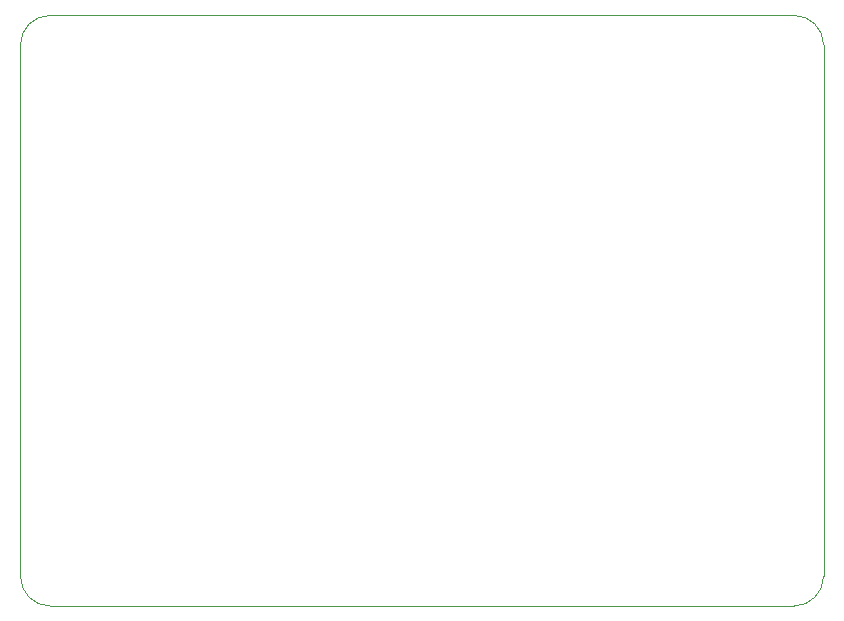
<source format=gbr>
%TF.GenerationSoftware,KiCad,Pcbnew,8.0.6+1*%
%TF.CreationDate,2024-11-21T12:35:33-05:00*%
%TF.ProjectId,powerSupplyBoard,706f7765-7253-4757-9070-6c79426f6172,01*%
%TF.SameCoordinates,Original*%
%TF.FileFunction,Profile,NP*%
%FSLAX46Y46*%
G04 Gerber Fmt 4.6, Leading zero omitted, Abs format (unit mm)*
G04 Created by KiCad (PCBNEW 8.0.6+1) date 2024-11-21 12:35:33*
%MOMM*%
%LPD*%
G01*
G04 APERTURE LIST*
%TA.AperFunction,Profile*%
%ADD10C,0.050000*%
%TD*%
G04 APERTURE END LIST*
D10*
X112500000Y-132500000D02*
X175500000Y-132500000D01*
X110000000Y-85000000D02*
G75*
G02*
X112500000Y-82500000I2500000J0D01*
G01*
X175500000Y-82500000D02*
X112500000Y-82500000D01*
X178000000Y-130000000D02*
G75*
G02*
X175500000Y-132500000I-2500000J0D01*
G01*
X110000000Y-85000000D02*
X110000000Y-130000000D01*
X112500000Y-132500000D02*
G75*
G02*
X110000000Y-130000000I0J2500000D01*
G01*
X175500000Y-82500000D02*
G75*
G02*
X178000000Y-85000000I0J-2500000D01*
G01*
X178000000Y-130000000D02*
X178000000Y-85000000D01*
M02*

</source>
